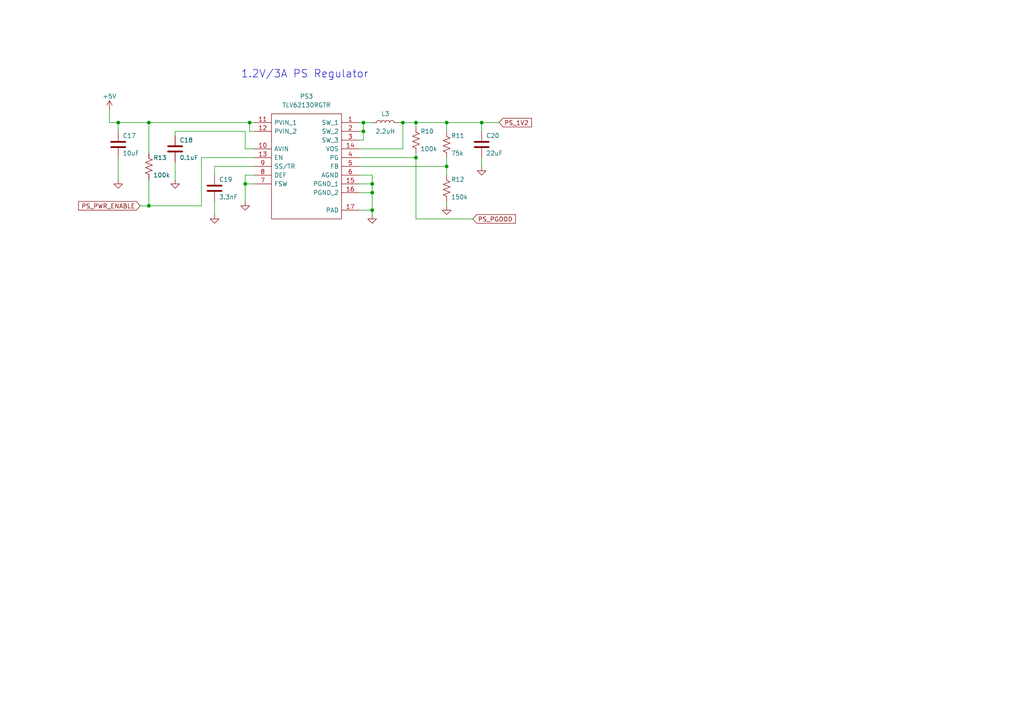
<source format=kicad_sch>
(kicad_sch (version 20211123) (generator eeschema)
  (paper "A4")
  (lib_symbols
    (symbol "Device:C" (pin_numbers hide) (pin_names (offset 0.254))
      (property "Reference" "C" (at 0.635 2.54 0))
      (property "Value" "C" (at 0.635 -2.54 0))
      (symbol "C_0_1"
        (polyline (pts (xy -2.032 -0.762) (xy 2.032 -0.762)) (stroke (width 0.508)))
        (polyline (pts (xy -2.032 0.762) (xy 2.032 0.762)) (stroke (width 0.508)))
      )
      (symbol "C_1_1"
        (pin passive line (at 0 3.81 270) (length 2.794) (name "~") (number "1"))
        (pin passive line (at 0 -3.81 90) (length 2.794) (name "~") (number "2"))
      )
    )
    (symbol "Device:L" (pin_numbers hide) (pin_names (offset 1.016) hide)
      (property "Reference" "L" (at -1.27 0 90))
      (property "Value" "L" (at 1.905 0 90))
      (symbol "L_0_1"
        (arc (start 0 -2.54) (mid 0.635 -1.905) (end 0 -1.27))
        (arc (start 0 -1.27) (mid 0.635 -0.635) (end 0 0))
        (arc (start 0 0) (mid 0.635 0.635) (end 0 1.27))
        (arc (start 0 1.27) (mid 0.635 1.905) (end 0 2.54))
      )
      (symbol "L_1_1"
        (pin passive line (at 0 3.81 270) (length 1.27) (name "1") (number "1"))
        (pin passive line (at 0 -3.81 90) (length 1.27) (name "2") (number "2"))
      )
    )
    (symbol "Device:R_US" (pin_numbers hide) (pin_names (offset 0))
      (property "Reference" "R" (at 2.54 0 90))
      (property "Value" "R_US" (at -2.54 0 90))
      (symbol "R_US_0_1"
        (polyline (pts (xy 0 -2.286) (xy 0 -2.54)))
        (polyline (pts (xy 0 2.286) (xy 0 2.54)))
        (polyline (pts (xy 0 -0.762) (xy 1.016 -1.143) (xy 0 -1.524) (xy -1.016 -1.905) (xy 0 -2.286)))
        (polyline (pts (xy 0 0.762) (xy 1.016 0.381) (xy 0 0) (xy -1.016 -0.381) (xy 0 -0.762)))
        (polyline (pts (xy 0 2.286) (xy 1.016 1.905) (xy 0 1.524) (xy -1.016 1.143) (xy 0 0.762)))
      )
      (symbol "R_US_1_1"
        (pin passive line (at 0 3.81 270) (length 1.27) (name "~") (number "1"))
        (pin passive line (at 0 -3.81 90) (length 1.27) (name "~") (number "2"))
      )
    )
    (symbol "SamacSys_Parts01:TLV62130RGTR" (pin_names (offset 0.762))
      (property "Reference" "PS" (at 26.67 17.78 0))
      (property "Value" "TLV62130RGTR" (at 26.67 15.24 0))
      (symbol "TLV62130RGTR_0_0"
        (pin output line (at 15.24 13.97 180) (length 5.08) (name "SW_1") (number "1"))
        (pin power_in line (at -15.24 6.35 0) (length 5.08) (name "AVIN") (number "10"))
        (pin power_in line (at -15.24 13.97 0) (length 5.08) (name "PVIN_1") (number "11"))
        (pin power_in line (at -15.24 11.43 0) (length 5.08) (name "PVIN_2") (number "12"))
        (pin input line (at -15.24 3.81 0) (length 5.08) (name "EN") (number "13"))
        (pin input line (at 15.24 6.35 180) (length 5.08) (name "VOS") (number "14"))
        (pin power_in line (at 15.24 -3.81 180) (length 5.08) (name "PGND_1") (number "15"))
        (pin power_in line (at 15.24 -6.35 180) (length 5.08) (name "PGND_2") (number "16"))
        (pin power_in line (at 15.24 -11.43 180) (length 5.08) (name "PAD") (number "17"))
        (pin output line (at 15.24 11.43 180) (length 5.08) (name "SW_2") (number "2"))
        (pin output line (at 15.24 8.89 180) (length 5.08) (name "SW_3") (number "3"))
        (pin output line (at 15.24 3.81 180) (length 5.08) (name "PG") (number "4"))
        (pin input line (at 15.24 1.27 180) (length 5.08) (name "FB") (number "5"))
        (pin power_in line (at 15.24 -1.27 180) (length 5.08) (name "AGND") (number "6"))
        (pin input line (at -15.24 -3.81 0) (length 5.08) (name "FSW") (number "7"))
        (pin input line (at -15.24 -1.27 0) (length 5.08) (name "DEF") (number "8"))
        (pin input line (at -15.24 1.27 0) (length 5.08) (name "SS/TR") (number "9"))
      )
      (symbol "TLV62130RGTR_0_1"
        (polyline (pts (xy -10.16 16.51) (xy 10.16 16.51) (xy 10.16 -13.97) (xy -10.16 -13.97) (xy -10.16 16.51)) (stroke (width 0.1524)))
      )
    )
    (symbol "power:+5V" (power) (pin_names (offset 0))
      (property "Value" "+5V" (at 0 3.556 0))
      (symbol "+5V_0_1"
        (polyline (pts (xy -0.762 1.27) (xy 0 2.54)))
        (polyline (pts (xy 0 0) (xy 0 2.54)))
        (polyline (pts (xy 0 2.54) (xy 0.762 1.27)))
      )
      (symbol "+5V_1_1"
        (pin power_in line (at 0 0 90) (length 0) hide (name "+5V") (number "1"))
      )
    )
    (symbol "power:GND" (power) (pin_names (offset 0))
      (property "Value" "GND" (at 0 -3.81 0))
      (symbol "GND_0_1"
        (polyline (pts (xy 0 0) (xy 0 -1.27) (xy 1.27 -1.27) (xy 0 -2.54) (xy -1.27 -1.27) (xy 0 -1.27)))
      )
      (symbol "GND_1_1"
        (pin power_in line (at 0 0 270) (length 0) hide (name "GND") (number "1"))
      )
    )
  )
  (junction (at 116.84 35.56))
  (junction (at 34.29 35.56))
  (junction (at 107.95 53.34))
  (junction (at 72.39 35.56))
  (junction (at 105.41 38.1))
  (junction (at 139.7 35.56))
  (junction (at 129.54 48.26))
  (junction (at 105.41 35.56))
  (junction (at 120.65 45.72))
  (junction (at 129.54 35.56))
  (junction (at 120.65 35.56))
  (junction (at 43.18 59.69))
  (junction (at 107.95 55.88))
  (junction (at 107.95 60.96))
  (junction (at 71.12 53.34))
  (junction (at 43.18 35.56))
  (wire (pts (xy 34.29 52.07) (xy 34.29 45.72)))
  (wire (pts (xy 129.54 58.42) (xy 129.54 59.69)))
  (wire (pts (xy 31.75 31.75) (xy 31.75 35.56)))
  (wire (pts (xy 34.29 35.56) (xy 43.18 35.56)))
  (wire (pts (xy 43.18 52.07) (xy 43.18 59.69)))
  (wire (pts (xy 73.66 50.8) (xy 71.12 50.8)))
  (wire (pts (xy 104.14 55.88) (xy 107.95 55.88)))
  (wire (pts (xy 50.8 39.37) (xy 50.8 38.1)))
  (wire (pts (xy 104.14 53.34) (xy 107.95 53.34)))
  (wire (pts (xy 71.12 50.8) (xy 71.12 53.34)))
  (wire (pts (xy 115.57 35.56) (xy 116.84 35.56)))
  (wire (pts (xy 104.14 60.96) (xy 107.95 60.96)))
  (wire (pts (xy 50.8 38.1) (xy 71.12 38.1)))
  (wire (pts (xy 105.41 40.64) (xy 105.41 38.1)))
  (wire (pts (xy 71.12 53.34) (xy 71.12 58.42)))
  (wire (pts (xy 104.14 45.72) (xy 120.65 45.72)))
  (wire (pts (xy 105.41 35.56) (xy 107.95 35.56)))
  (wire (pts (xy 129.54 45.72) (xy 129.54 48.26)))
  (wire (pts (xy 129.54 50.8) (xy 129.54 48.26)))
  (wire (pts (xy 43.18 35.56) (xy 72.39 35.56)))
  (wire (pts (xy 40.64 59.69) (xy 43.18 59.69)))
  (wire (pts (xy 139.7 35.56) (xy 139.7 38.1)))
  (wire (pts (xy 43.18 59.69) (xy 58.42 59.69)))
  (wire (pts (xy 104.14 40.64) (xy 105.41 40.64)))
  (wire (pts (xy 105.41 35.56) (xy 104.14 35.56)))
  (wire (pts (xy 107.95 50.8) (xy 107.95 53.34)))
  (wire (pts (xy 129.54 35.56) (xy 139.7 35.56)))
  (wire (pts (xy 129.54 48.26) (xy 104.14 48.26)))
  (wire (pts (xy 120.65 45.72) (xy 120.65 63.5)))
  (wire (pts (xy 120.65 63.5) (xy 137.16 63.5)))
  (wire (pts (xy 107.95 55.88) (xy 107.95 60.96)))
  (wire (pts (xy 72.39 35.56) (xy 73.66 35.56)))
  (wire (pts (xy 73.66 48.26) (xy 62.23 48.26)))
  (wire (pts (xy 58.42 59.69) (xy 58.42 45.72)))
  (wire (pts (xy 139.7 35.56) (xy 144.78 35.56)))
  (wire (pts (xy 105.41 38.1) (xy 105.41 35.56)))
  (wire (pts (xy 71.12 43.18) (xy 71.12 38.1)))
  (wire (pts (xy 73.66 38.1) (xy 72.39 38.1)))
  (wire (pts (xy 139.7 45.72) (xy 139.7 48.26)))
  (wire (pts (xy 104.14 43.18) (xy 116.84 43.18)))
  (wire (pts (xy 58.42 45.72) (xy 73.66 45.72)))
  (wire (pts (xy 34.29 35.56) (xy 34.29 38.1)))
  (wire (pts (xy 73.66 53.34) (xy 71.12 53.34)))
  (wire (pts (xy 116.84 35.56) (xy 120.65 35.56)))
  (wire (pts (xy 120.65 35.56) (xy 120.65 36.83)))
  (wire (pts (xy 31.75 35.56) (xy 34.29 35.56)))
  (wire (pts (xy 50.8 46.99) (xy 50.8 52.07)))
  (wire (pts (xy 116.84 43.18) (xy 116.84 35.56)))
  (wire (pts (xy 104.14 50.8) (xy 107.95 50.8)))
  (wire (pts (xy 71.12 43.18) (xy 73.66 43.18)))
  (wire (pts (xy 43.18 35.56) (xy 43.18 44.45)))
  (wire (pts (xy 129.54 35.56) (xy 129.54 38.1)))
  (wire (pts (xy 72.39 38.1) (xy 72.39 35.56)))
  (wire (pts (xy 107.95 53.34) (xy 107.95 55.88)))
  (wire (pts (xy 120.65 45.72) (xy 120.65 44.45)))
  (wire (pts (xy 120.65 35.56) (xy 129.54 35.56)))
  (wire (pts (xy 104.14 38.1) (xy 105.41 38.1)))
  (wire (pts (xy 107.95 60.96) (xy 107.95 62.23)))
  (wire (pts (xy 62.23 48.26) (xy 62.23 50.8)))
  (wire (pts (xy 62.23 58.42) (xy 62.23 62.23)))
  (text "1.2V/3A PS Regulator" (at 69.85 22.86 0) (effects (font (size 2.2 2.2)) (justify left bottom)))
  (global_label "PS_PGOOD" (shape input) (at 137.16 63.5 0) (property "Intersheet References" "${INTERSHEET_REFS}" (effects hide)))
  (global_label "PS_PWR_ENABLE" (shape input) (at 40.64 59.69 180) (property "Intersheet References" "${INTERSHEET_REFS}" (effects hide)))
  (global_label "PS_1V2" (shape input) (at 144.78 35.56 0) (property "Intersheet References" "${INTERSHEET_REFS}" (effects hide)))
  (symbol (lib_id "power:GND") (at 50.8 52.07 0) (unit 1)
    (property "Reference" "#PWR034" (effects hide))
    (property "Value" "GND" (effects hide))
  )
  (symbol (lib_id "Device:R_US") (at 43.18 48.26 0) (unit 1)
    (property "Reference" "R13" (at 44.45 45.72 0) (effects (justify left)))
    (property "Value" "100k" (at 44.45 50.8 0) (effects (justify left)))
    (property "Footprint" "Resistor_SMD:R_0603_1608Metric" (effects hide))
  )
  (symbol (lib_id "power:GND") (at 62.23 62.23 0) (unit 1)
    (property "Reference" "#PWR035" (effects hide))
    (property "Value" "GND" (effects hide))
  )
  (symbol (lib_id "Device:R_US") (at 129.54 41.91 0) (unit 1)
    (property "Reference" "R11" (at 130.81 39.37 0) (effects (justify left)))
    (property "Value" "75k" (at 130.81 44.45 0) (effects (justify left)))
    (property "Footprint" "Resistor_SMD:R_0603_1608Metric" (effects hide))
    (property "LCSC Part" "C23240" (effects hide))
  )
  (symbol (lib_id "SamacSys_Parts01:TLV62130RGTR") (at 88.9 49.53 0) (unit 1)
    (property "Reference" "PS3" (at 88.9 27.94 0))
    (property "Value" "TLV62130RGTR" (at 88.9 30.48 0))
    (property "Footprint" "SamacSys_Parts:QFN50P300X300X100-17N-D" (effects hide))
    (property "Datasheet" "http://www.ti.com/lit/gpn/tlv62130" (effects hide))
    (property "Description" "Texas Instruments, TLV62130RGTR DC-DC Converter 3A Adjustable, 0.9  5 V, 16-Pin QFN" (effects hide))
    (property "Height" "1" (effects hide))
    (property "Mouser Part Number" "595-TLV62130RGTR" (effects hide))
    (property "Mouser Price/Stock" "https://www.mouser.co.uk/ProductDetail/Texas-Instruments/TLV62130RGTR?qs=2UFnnMkojnVB1OajUwDmow%3D%3D" (effects hide))
    (property "Manufacturer_Name" "Texas Instruments" (effects hide))
    (property "Manufacturer_Part_Number" "TLV62130RGTR" (effects hide))
    (property "LCSC Part" "C122479" (effects hide))
  )
  (symbol (lib_id "power:GND") (at 34.29 52.07 0) (unit 1)
    (property "Reference" "#PWR033" (effects hide))
    (property "Value" "GND" (effects hide))
  )
  (symbol (lib_id "power:GND") (at 139.7 48.26 0) (unit 1)
    (property "Reference" "#PWR039" (effects hide))
    (property "Value" "GND" (effects hide))
  )
  (symbol (lib_id "Device:C") (at 50.8 43.18 0) (unit 1)
    (property "Reference" "C18" (at 52.07 40.64 0) (effects (justify left)))
    (property "Value" "0.1uF" (at 52.07 45.72 0) (effects (justify left)))
    (property "Footprint" "Capacitor_SMD:C_0603_1608Metric" (effects hide))
  )
  (symbol (lib_id "power:+5V") (at 31.75 31.75 0) (unit 1)
    (property "Reference" "#PWR032" (effects hide))
    (property "Value" "+5V" (at 31.75 27.94 0))
  )
  (symbol (lib_id "power:GND") (at 107.95 62.23 0) (unit 1)
    (property "Reference" "#PWR037" (effects hide))
    (property "Value" "GND" (effects hide))
  )
  (symbol (lib_id "Device:C") (at 139.7 41.91 0) (unit 1)
    (property "Reference" "C20" (at 140.97 39.37 0) (effects (justify left)))
    (property "Value" "22uF" (at 140.97 44.45 0) (effects (justify left)))
    (property "Footprint" "Capacitor_SMD:C_0805_2012Metric" (effects hide))
  )
  (symbol (lib_id "Device:C") (at 34.29 41.91 0) (unit 1)
    (property "Reference" "C17" (at 35.56 39.37 0) (effects (justify left)))
    (property "Value" "10uF" (at 35.56 44.45 0) (effects (justify left)))
    (property "Footprint" "Capacitor_SMD:C_0805_2012Metric" (effects hide))
  )
  (symbol (lib_id "Device:R_US") (at 129.54 54.61 0) (unit 1)
    (property "Reference" "R12" (at 130.81 52.07 0) (effects (justify left)))
    (property "Value" "150k" (at 130.81 57.15 0) (effects (justify left)))
    (property "Footprint" "Resistor_SMD:R_0603_1608Metric" (effects hide))
    (property "LCSC Part" "C22807" (effects hide))
  )
  (symbol (lib_id "Device:R_US") (at 120.65 40.64 0) (unit 1)
    (property "Reference" "R10" (at 121.92 38.1 0) (effects (justify left)))
    (property "Value" "100k" (at 121.92 43.18 0) (effects (justify left)))
    (property "Footprint" "Resistor_SMD:R_0603_1608Metric" (effects hide))
  )
  (symbol (lib_id "Device:L") (at 111.76 35.56 90) (unit 1)
    (property "Reference" "L3" (at 111.76 33.02 90))
    (property "Value" "2.2uH" (at 111.76 38.1 90))
    (property "Footprint" "Beefy:L_4.1x4.5" (effects hide))
    (property "LCSC Part" "C2847469" (effects hide))
  )
  (symbol (lib_id "power:GND") (at 71.12 58.42 0) (unit 1)
    (property "Reference" "#PWR036" (effects hide))
    (property "Value" "GND" (effects hide))
  )
  (symbol (lib_id "power:GND") (at 129.54 59.69 0) (unit 1)
    (property "Reference" "#PWR038" (effects hide))
    (property "Value" "GND" (effects hide))
  )
  (symbol (lib_id "Device:C") (at 62.23 54.61 180) (unit 1)
    (property "Reference" "C19" (at 63.5 52.07 0) (effects (justify right)))
    (property "Value" "3.3nF" (at 63.5 57.15 0) (effects (justify right)))
    (property "Footprint" "Capacitor_SMD:C_0603_1608Metric" (effects hide))
  )
)
</source>
